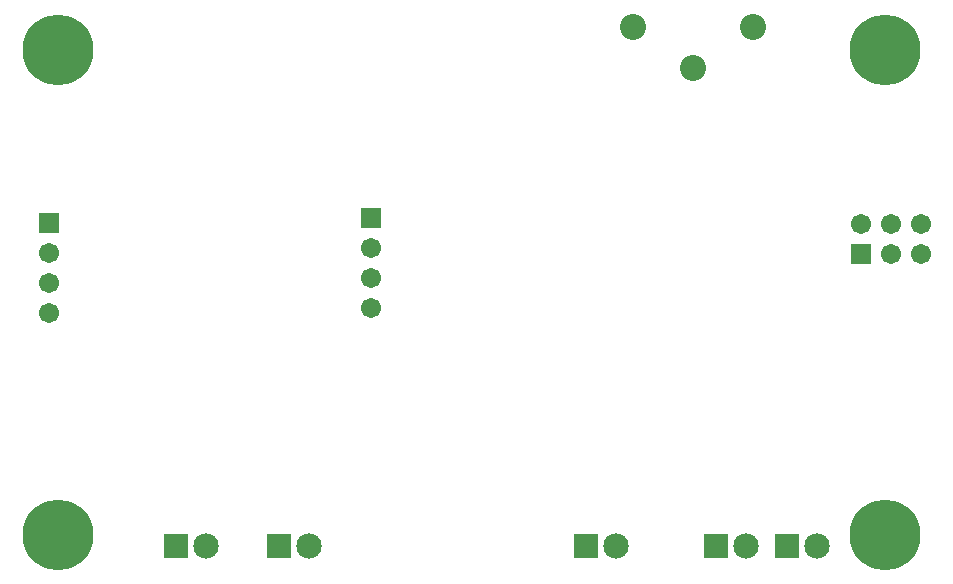
<source format=gbs>
G04*
G04 #@! TF.GenerationSoftware,Altium Limited,Altium Designer,23.9.2 (47)*
G04*
G04 Layer_Color=16711935*
%FSLAX43Y43*%
%MOMM*%
G71*
G04*
G04 #@! TF.SameCoordinates,DD1DA4F9-BAAB-46B1-B849-2321CEA9ED03*
G04*
G04*
G04 #@! TF.FilePolarity,Negative*
G04*
G01*
G75*
%ADD82C,2.153*%
%ADD83R,2.153X2.153*%
%ADD84C,1.711*%
%ADD85R,1.711X1.711*%
%ADD86C,6.000*%
%ADD87C,2.203*%
%ADD88R,1.703X1.703*%
%ADD89C,1.703*%
D82*
X17520Y4000D02*
D03*
X63270D02*
D03*
X26270D02*
D03*
X52270D02*
D03*
X69270D02*
D03*
D83*
X14980D02*
D03*
X60730D02*
D03*
X23730D02*
D03*
X49730D02*
D03*
X66730D02*
D03*
D84*
X4250Y26270D02*
D03*
Y23730D02*
D03*
Y28810D02*
D03*
X31500Y29310D02*
D03*
Y24230D02*
D03*
Y26770D02*
D03*
D85*
X4250Y31350D02*
D03*
X31500Y31850D02*
D03*
D86*
X5000Y46000D02*
D03*
X75000Y46060D02*
D03*
Y5000D02*
D03*
X5000D02*
D03*
D87*
X53670Y48000D02*
D03*
X63830D02*
D03*
X58750Y44500D02*
D03*
D88*
X72960Y28730D02*
D03*
D89*
Y31270D02*
D03*
X75500Y28730D02*
D03*
X78040D02*
D03*
X75500Y31270D02*
D03*
X78040D02*
D03*
M02*

</source>
